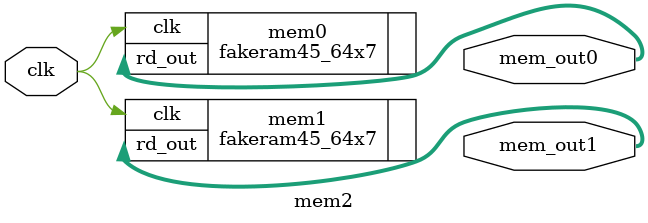
<source format=v>

module mem2 (
	clk, 
	mem_out0,
	mem_out1);
   input clk;
   output [6:0] mem_out0;
   output [6:0] mem_out1;
   
   fakeram45_64x7 mem0 (.clk(clk),
	                .rd_out(mem_out0));
   
   fakeram45_64x7 mem1 (.clk(clk),
	                .rd_out(mem_out1));
endmodule

</source>
